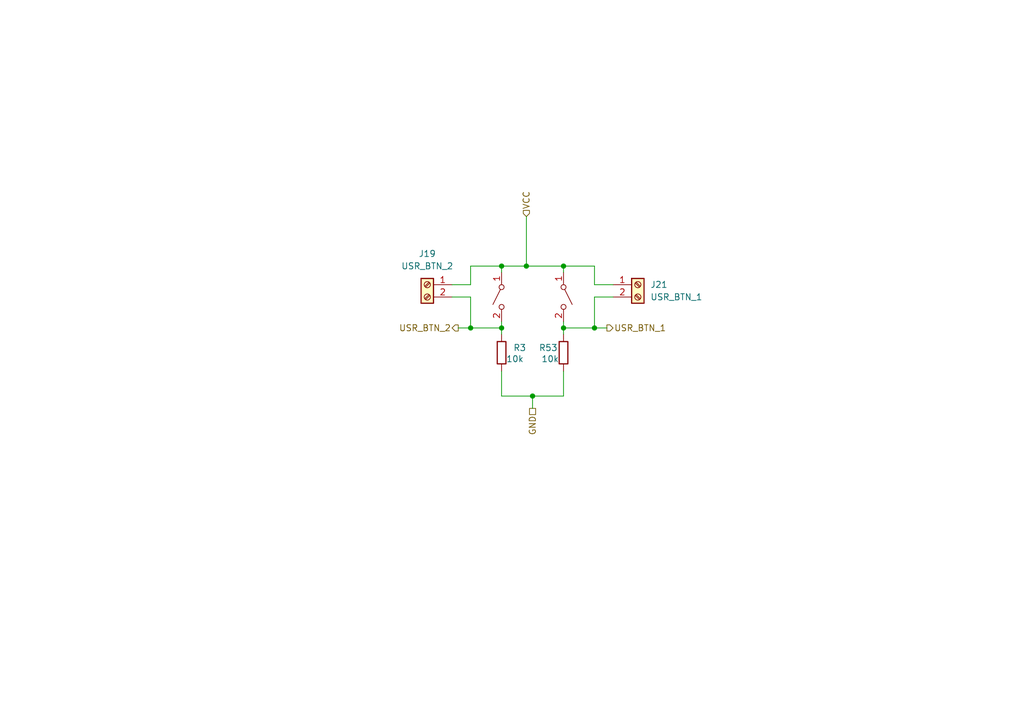
<source format=kicad_sch>
(kicad_sch (version 20231120) (generator "eeschema") (generator_version "8.0")
  (paper "A5")
  (title_block (title "User actions") (date "2024-04-17") (rev "1.0"))
  (lib_symbols
    (symbol "Connector:Screw_Terminal_01x02" (pin_names (offset 1.016) hide)
      (property "Reference" "J" (at 0 2.54 0))
      (property "Value" "Screw_Terminal_01x02" (at 0 -5.08 0))
      (symbol "Screw_Terminal_01x02_1_1"
        (rectangle (start -1.27 1.27) (end 1.27 -3.81) (stroke (width 0.254)) (fill (type background)))
        (circle (center 0 -2.54) (radius 0.635) (stroke (width 0.1524)))
        (polyline (pts (xy -0.5334 -2.2098) (xy 0.3302 -3.048)) (stroke (width 0.1524)))
        (polyline (pts (xy -0.5334 0.3302) (xy 0.3302 -0.508)) (stroke (width 0.1524)))
        (polyline (pts (xy -0.3556 -2.032) (xy 0.508 -2.8702)) (stroke (width 0.1524)))
        (polyline (pts (xy -0.3556 0.508) (xy 0.508 -0.3302)) (stroke (width 0.1524)))
        (circle (center 0 0) (radius 0.635) (stroke (width 0.1524)))
        (pin passive line (at -5.08 0 0) (length 3.81) (name "Pin_1") (number "1"))
        (pin passive line (at -5.08 -2.54 0) (length 3.81) (name "Pin_2") (number "2"))
      )
    )
    (symbol "PCM_SL_Devices:Resistor_0.5W"
      (property "Reference" "R" (at 0 5.08 0))
      (property "Value" "Resistor_0.5W" (at 0 2.54 0))
      (symbol "Resistor_0.5W_0_1"
        (rectangle (start -2.286 0.889) (end 2.286 -0.889) (stroke (width 0.24)))
      )
      (symbol "Resistor_0.5W_1_1"
        (pin passive line (at -3.81 0 0) (length 1.5) (name "") (number "1"))
        (pin passive line (at 3.81 0 180) (length 1.5) (name "~") (number "2"))
      )
    )
    (symbol "Switch:SW_DPST_x2" (pin_names (offset 0) hide)
      (property "Reference" "SW" (at 0 3.175 0))
      (property "Value" "SW_DPST_x2" (at 0 -2.54 0))
      (symbol "SW_DPST_x2_0_0"
        (circle (center -2.032 0) (radius 0.508))
        (polyline (pts (xy -1.524 0.254) (xy 1.524 1.778)))
        (circle (center 2.032 0) (radius 0.508))
      )
      (symbol "SW_DPST_x2_1_1"
        (pin passive line (at -5.08 0 0) (length 2.54) (name "A") (number "1"))
        (pin passive line (at 5.08 0 180) (length 2.54) (name "B") (number "2"))
      )
      (symbol "SW_DPST_x2_2_1"
        (pin passive line (at -5.08 0 0) (length 2.54) (name "A") (number "3"))
        (pin passive line (at 5.08 0 180) (length 2.54) (name "B") (number "4"))
      )
    )
  )
  (junction (at 102.87 54.61))
  (junction (at 102.87 67.31))
  (junction (at 107.95 54.61))
  (junction (at 121.92 67.31))
  (junction (at 115.57 54.61))
  (junction (at 109.22 81.28))
  (junction (at 96.52 67.31))
  (junction (at 115.57 67.31))
  (wire (pts (xy 96.52 58.42) (xy 96.52 54.61)))
  (wire (pts (xy 107.95 54.61) (xy 107.95 44.45)))
  (wire (pts (xy 96.52 67.31) (xy 93.98 67.31)))
  (wire (pts (xy 121.92 60.96) (xy 121.92 67.31)))
  (wire (pts (xy 115.57 66.04) (xy 115.57 67.31)))
  (wire (pts (xy 115.57 54.61) (xy 115.57 55.88)))
  (wire (pts (xy 115.57 54.61) (xy 121.92 54.61)))
  (wire (pts (xy 115.57 67.31) (xy 115.57 68.58)))
  (wire (pts (xy 115.57 67.31) (xy 121.92 67.31)))
  (wire (pts (xy 102.87 76.2) (xy 102.87 81.28)))
  (wire (pts (xy 92.71 58.42) (xy 96.52 58.42)))
  (wire (pts (xy 121.92 58.42) (xy 121.92 54.61)))
  (wire (pts (xy 92.71 60.96) (xy 96.52 60.96)))
  (wire (pts (xy 96.52 54.61) (xy 102.87 54.61)))
  (wire (pts (xy 96.52 60.96) (xy 96.52 67.31)))
  (wire (pts (xy 102.87 54.61) (xy 102.87 55.88)))
  (wire (pts (xy 121.92 67.31) (xy 124.46 67.31)))
  (wire (pts (xy 102.87 54.61) (xy 107.95 54.61)))
  (wire (pts (xy 115.57 81.28) (xy 109.22 81.28)))
  (wire (pts (xy 125.73 58.42) (xy 121.92 58.42)))
  (wire (pts (xy 115.57 76.2) (xy 115.57 81.28)))
  (wire (pts (xy 115.57 54.61) (xy 107.95 54.61)))
  (wire (pts (xy 102.87 81.28) (xy 109.22 81.28)))
  (wire (pts (xy 102.87 67.31) (xy 96.52 67.31)))
  (wire (pts (xy 109.22 81.28) (xy 109.22 83.82)))
  (wire (pts (xy 125.73 60.96) (xy 121.92 60.96)))
  (wire (pts (xy 102.87 66.04) (xy 102.87 67.31)))
  (wire (pts (xy 102.87 67.31) (xy 102.87 68.58)))
  (hierarchical_label "GND" (shape passive) (at 109.22 83.82 270))
  (hierarchical_label "USR_BTN_1" (shape output) (at 124.46 67.31 0))
  (hierarchical_label "VCC" (shape input) (at 107.95 44.45 90))
  (hierarchical_label "USR_BTN_2" (shape output) (at 93.98 67.31 180))
  (symbol (lib_id "PCM_SL_Devices:Resistor_0.5W") (at 102.87 72.39 90) (mirror x) (unit 1)
    (property "Reference" "R3" (at 107.95 71.374 90) (effects (justify left)))
    (property "Value" "10k" (at 107.442 73.66 90) (effects (justify left)))
    (property "Footprint" "Resistor_SMD:R_0603_1608Metric" (effects (hide yes)))
  )
  (symbol (lib_id "Switch:SW_DPST_x2") (at 115.57 60.96 270) (unit 1)
    (property "Reference" "SW5" (effects (hide yes)))
    (property "Value" "SW_User" (effects (hide yes)))
    (property "Footprint" "Button_Switch_SMD:SW_Push_1P1T_NO_CK_KSC7xxJ" (effects (hide yes)))
    (property "Description" "Single Pole Single Throw (SPST) switch, separate symbol" (effects (hide yes)))
  )
  (symbol (lib_id "Connector:Screw_Terminal_01x02") (at 87.63 58.42 0) (mirror y) (unit 1)
    (property "Reference" "J19" (at 87.63 52.07 0))
    (property "Value" "USR_BTN_2" (at 87.63 54.61 0))
    (property "Footprint" "TerminalBlock_Phoenix:TerminalBlock_Phoenix_MPT-0,5-2-2.54_1x02_P2.54mm_Horizontal" (effects (hide yes)))
    (property "Description" "Generic screw terminal, single row, 01x02, script generated (kicad-library-utils/schlib/autogen/connector/)" (effects (hide yes)))
  )
  (symbol (lib_id "Switch:SW_DPST_x2") (at 102.87 60.96 90) (mirror x) (unit 1)
    (property "Reference" "SW6" (effects (hide yes)))
    (property "Value" "SW_User" (effects (hide yes)))
    (property "Footprint" "Button_Switch_SMD:SW_Push_1P1T_NO_CK_KSC7xxJ" (effects (hide yes)))
    (property "Description" "Single Pole Single Throw (SPST) switch, separate symbol" (effects (hide yes)))
  )
  (symbol (lib_id "Connector:Screw_Terminal_01x02") (at 130.81 58.42 0) (unit 1)
    (property "Reference" "J21" (at 133.35 58.4199 0) (effects (justify left)))
    (property "Value" "USR_BTN_1" (at 133.35 60.9599 0) (effects (justify left)))
    (property "Footprint" "TerminalBlock_Phoenix:TerminalBlock_Phoenix_MPT-0,5-2-2.54_1x02_P2.54mm_Horizontal" (effects (hide yes)))
    (property "Description" "Generic screw terminal, single row, 01x02, script generated (kicad-library-utils/schlib/autogen/connector/)" (effects (hide yes)))
  )
  (symbol (lib_id "PCM_SL_Devices:Resistor_0.5W") (at 115.57 72.39 270) (unit 1)
    (property "Reference" "R53" (at 110.49 71.374 90) (effects (justify left)))
    (property "Value" "10k" (at 110.998 73.66 90) (effects (justify left)))
    (property "Footprint" "Resistor_SMD:R_0603_1608Metric" (effects (hide yes)))
  )
)
</source>
